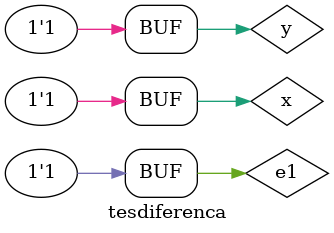
<source format=v>

 module meiadiferenca(s0, s1, x, y);    //--criando entradas e saidas
 output s0, s1;                         //--definindo saidas
 input x, y;                            //--definindo entradas
 
 xor XOR1(s0, x, y);                   //--operacao da meia-diferenca
 and AND1(s1, ~x, y);
   
 endmodule   //--fim modulo meiadiferenca
 
 module diferencacompleta(s0, s1, x, y, e1);   //--criando modulo da difereca-completa
 output s0, s1;                                //--definindo saidas
 input x, y, e1;                               //--definindo entradas 
 
 meiadiferenca FU1(s2, s3, x, y);        //--chamando o modulo meia diferenca
 meiadiferenca FU2(s0, s4, s2, e1);      //--chamando o modulo meia diferenca
 or OR1(s1, s3,s4);                     //--porta or juntando as duas chamadas do modulo meia diferenca
 
 endmodule   //--dim modulo diferencacompleta
 
 //--------------------------------
 //-- Teste Diferenca-completa
 //--------------------------------
 
 module tesdiferenca;   //--criando modulo teste
 reg x, y, e1;         //-- valores definidos (registradores)
 wire s0, s1;           //-- valor alternado de acordo com a operacao
 
 diferencacompleta DF(s0, s1, x, y, e1);     //-- chamando o modulo
 
 initial begin
 		$display("Guia 04 - Karen Alves Pereira - 407451");             //-- imprimindo na tela
		$display("Operador de diferenca-completa");
		$display("\nx y e1 s0 s1");
		$monitor("%b %b %b  %b  %b", x, y, e1, s0, s1);
		x=0; y=0; e1=0;         //-- fornecendo valores
 #1   x=0; y=0; e1=1;
 #1   x=0; y=1; e1=0;
 #1   x=0; y=1; e1=1;
 #1   x=1; y=0; e1=0;
 #1   x=1; y=0; e1=1;
 #1   x=1; y=1; e1=0;
 #1   x=1; y=1; e1=1; 
 end                    //-- fim begin
 endmodule     //-- fim modulo testdiferenca
</source>
